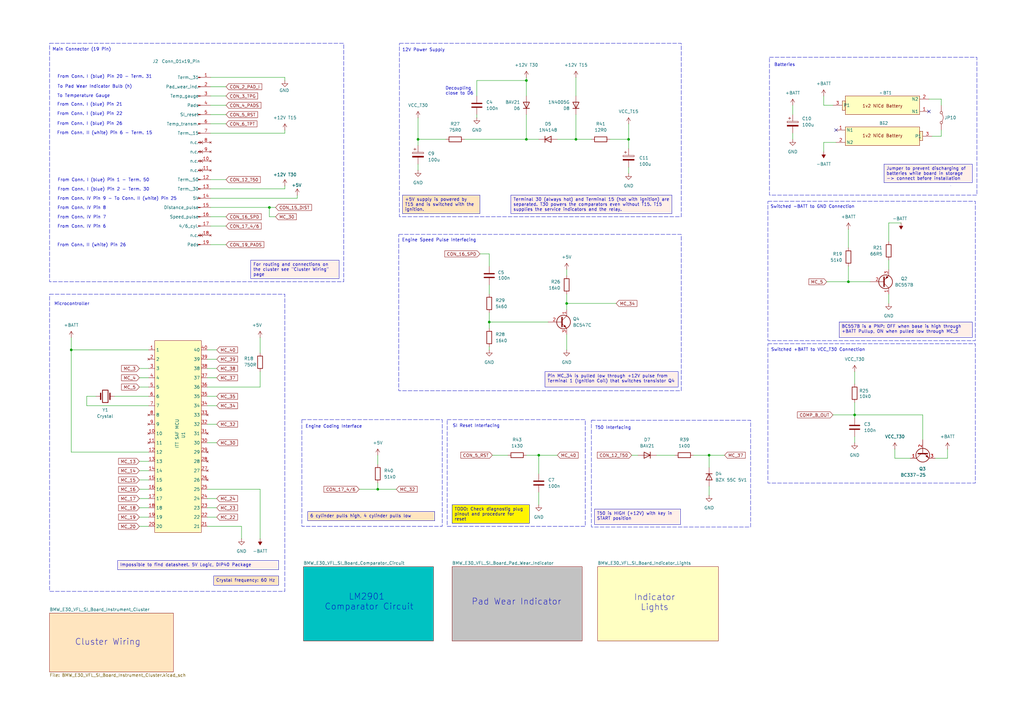
<source format=kicad_sch>
(kicad_sch (version 20250114) (generator "eeschema") (generator_version "9.0")
  (paper "A3")
  (title_block (title "BMW E30 Pre-Facelift SI Board") (date "2025-07-23") (rev "2.1") (comment 1 "Revision 2.1 made by Reagan Ansel"))
  (lib_symbols
    (symbol "1.2V_NiCd_AA_1"
      (property "Reference" "BT1" (at -2.032 -8.89 0))
      (property "Value" "~" (at 0.635 -8.89 0))
      (symbol "1.2V_NiCd_AA_1_1_1"
        (text "    1v2 NiCd Battery    " (at 0 -3.556 0) (effects (font (size 1.27 1.27))))
        (pin power_out line (at -19.05 -1.27 0) (length 3.81) (name "N1") (number "1"))
        (pin power_out line (at -19.05 -6.35 0) (length 3.81) (name "N2") (number "2"))
        (pin power_out line (at 20.32 -3.81 180) (length 3.81) (name "P1") (number "3"))
      )
    )
    (symbol "Connector:Conn_01x19_Pin" (pin_names (offset 1.016))
      (property "Reference" "J2" (at -6.858 33.274 0))
      (property "Value" "Conn_01x19_Pin" (at -0.254 30.734 0))
      (symbol "Conn_01x19_Pin_1_1"
        (pin power_in line (at 5.08 22.86 180) (length 3.81) (name "Term._31") (number "1"))
        (pin output line (at 5.08 19.05 180) (length 3.81) (name "Pad_wear_ind.") (number "2"))
        (pin output line (at 5.08 15.24 180) (length 3.81) (name "Temp_gauge") (number "3"))
        (pin passive line (at 5.08 11.43 180) (length 3.81) (name "Pads") (number "4"))
        (pin input line (at 5.08 7.62 180) (length 3.81) (name "SI_reset") (number "5"))
        (pin input line (at 5.08 3.81 180) (length 3.81) (name "Temp_transm.") (number "6"))
        (pin power_in line (at 5.08 0 180) (length 3.81) (name "Term._15") (number "7"))
        (pin no_connect non_logic (at 5.08 -3.81 180) (length 3.81) (name "n.c.") (number "8"))
        (pin no_connect non_logic (at 5.08 -7.62 180) (length 3.81) (name "n.c.") (number "9"))
        (pin no_connect non_logic (at 5.08 -11.43 180) (length 3.81) (name "n.c.") (number "10"))
        (pin no_connect non_logic (at 5.08 -15.24 180) (length 3.81) (name "n.c.") (number "11"))
        (pin power_in line (at 5.08 -19.05 180) (length 3.81) (name "Term._50") (number "12"))
        (pin power_in line (at 5.08 -22.86 180) (length 3.81) (name "Term._30") (number "13"))
        (pin power_in line (at 5.08 -26.67 180) (length 3.81) (name "5V") (number "14"))
        (pin input line (at 5.08 -30.48 180) (length 3.81) (name "Distance_pulse") (number "15"))
        (pin input line (at 5.08 -34.29 180) (length 3.81) (name "Speed_pulse") (number "16"))
        (pin input line (at 5.08 -38.1 180) (length 3.81) (name "4/6_cyl.") (number "17"))
        (pin no_connect non_logic (at 5.08 -41.91 180) (length 3.81) (name "n.c.") (number "18"))
        (pin passive line (at 5.08 -45.72 180) (length 3.81) (name "Pads") (number "19"))
      )
    )
    (symbol "Device:C" (pin_numbers (hide yes)) (pin_names (offset 0.254))
      (property "Reference" "C" (at 0.635 2.54 0))
      (property "Value" "C" (at 0.635 -2.54 0))
      (symbol "C_1_1"
        (pin passive line (at 0 3.81 270) (length 2.794) (name "~") (number "1"))
        (pin passive line (at 0 -3.81 90) (length 2.794) (name "~") (number "2"))
      )
    )
    (symbol "Device:C_Polarized" (pin_numbers (hide yes)) (pin_names (offset 0.254))
      (property "Reference" "C" (at 0.635 2.54 0))
      (property "Value" "C_Polarized" (at 0.635 -2.54 0))
      (symbol "C_Polarized_1_1"
        (pin passive line (at 0 3.81 270) (length 2.794) (name "~") (number "1"))
        (pin passive line (at 0 -3.81 90) (length 2.794) (name "~") (number "2"))
      )
    )
    (symbol "Device:Crystal" (pin_numbers (hide yes)) (pin_names (offset 1.016) (hide yes))
      (property "Reference" "Y" (at 0 3.81 0))
      (property "Value" "Crystal" (at 0 -3.81 0))
      (symbol "Crystal_1_1"
        (pin passive line (at -3.81 0 0) (length 1.27) (name "1") (number "1"))
        (pin passive line (at 3.81 0 180) (length 1.27) (name "2") (number "2"))
      )
    )
    (symbol "Device:D" (pin_numbers (hide yes)) (pin_names (offset 1.016) (hide yes))
      (property "Reference" "D" (at 0 2.54 0))
      (property "Value" "D" (at 0 -2.54 0))
      (symbol "D_1_1"
        (pin passive line (at -3.81 0 0) (length 2.54) (name "K") (number "1"))
        (pin passive line (at 3.81 0 180) (length 2.54) (name "A") (number "2"))
      )
    )
    (symbol "Device:R" (pin_numbers (hide yes)) (pin_names (offset 0))
      (property "Reference" "R" (at 2.032 0 90))
      (property "Value" "R" (at 0 0 90))
      (symbol "R_1_1"
        (pin passive line (at 0 3.81 270) (length 1.27) (name "~") (number "1"))
        (pin passive line (at 0 -3.81 90) (length 1.27) (name "~") (number "2"))
      )
    )
    (symbol "Diode:1N4005" (pin_numbers (hide yes)) (pin_names (hide yes))
      (property "Reference" "D" (at 0 2.54 0))
      (property "Value" "1N4005" (at 0 -2.54 0))
      (symbol "1N4005_1_1"
        (pin passive line (at -3.81 0 0) (length 2.54) (name "K") (number "1"))
        (pin passive line (at 3.81 0 180) (length 2.54) (name "A") (number "2"))
      )
    )
    (symbol "Diode:1N4148" (pin_numbers (hide yes)) (pin_names (hide yes))
      (property "Reference" "D" (at 0 2.54 0))
      (property "Value" "1N4148" (at 0 -2.54 0))
      (symbol "1N4148_1_1"
        (pin passive line (at -3.81 0 0) (length 2.54) (name "K") (number "1"))
        (pin passive line (at 3.81 0 180) (length 2.54) (name "A") (number "2"))
      )
    )
    (symbol "Diode:BAV21" (pin_numbers (hide yes)) (pin_names (hide yes))
      (property "Reference" "D" (at 0 2.54 0))
      (property "Value" "BAV21" (at 0 -2.54 0))
      (symbol "BAV21_1_1"
        (pin passive line (at -3.81 0 0) (length 2.54) (name "K") (number "1"))
        (pin passive line (at 3.81 0 180) (length 2.54) (name "A") (number "2"))
      )
    )
    (symbol "Jumper:Jumper_2_Bridged" (pin_numbers (hide yes)) (pin_names (offset 0) (hide yes)) (exclude_from_sim yes)
      (property "Reference" "JP" (at 0 1.905 0))
      (property "Value" "Jumper_2_Bridged" (at 0 -2.54 0))
      (symbol "Jumper_2_Bridged_1_1"
        (pin passive line (at -5.08 0 0) (length 2.54) (name "A") (number "1"))
        (pin passive line (at 5.08 0 180) (length 2.54) (name "B") (number "2"))
      )
    )
    (symbol "My_custom_symbols:1.2V_NiCd_AA"
      (property "Reference" "BT2" (at 0.508 1.524 0))
      (property "Value" "~" (at 0.635 1.27 0))
      (symbol "1.2V_NiCd_AA_1_1"
        (text "    1v2 NiCd Battery    " (at 0 -3.556 0) (effects (font (size 1.27 1.27))))
        (pin power_out line (at -19.05 -1.27 0) (length 3.81) (name "N1") (number "1"))
        (pin power_out line (at -19.05 -6.35 0) (length 3.81) (name "N2") (number "2"))
        (pin power_out line (at 20.32 -3.81 180) (length 3.81) (name "P1") (number "3"))
      )
    )
    (symbol "My_custom_symbols:ITT_SAF_MCU"
      (property "Reference" "U1" (at 0.762 -18.796 0))
      (property "Value" "ITT SAF MCU" (at 4.826 -21.336 0))
      (symbol "ITT_SAF_MCU_1_1"
        (pin input line (at -35.56 -8.89 270) (length 2.54) (name "40") (number "40"))
        (pin input line (at -35.56 -33.02 90) (length 2.54) (name "1") (number "1"))
        (pin output line (at -31.75 -8.89 270) (length 2.54) (name "39") (number "39"))
        (pin no_connect line (at -31.75 -33.02 90) (length 2.54) (name "2") (number "2"))
        (pin input line (at -27.94 -8.89 270) (length 2.54) (name "38") (number "38"))
        (pin input line (at -27.94 -33.02 90) (length 2.54) (name "3") (number "3"))
        (pin input line (at -24.13 -8.89 270) (length 2.54) (name "37") (number "37"))
        (pin input line (at -24.13 -33.02 90) (length 2.54) (name "4") (number "4"))
        (pin input line (at -20.32 -8.89 270) (length 2.54) (name "36") (number "36"))
        (pin input line (at -20.32 -33.02 90) (length 2.54) (name "5") (number "5"))
        (pin input line (at -16.51 -8.89 270) (length 2.54) (name "35") (number "35"))
        (pin input line (at -16.51 -33.02 90) (length 2.54) (name "6") (number "6"))
        (pin input line (at -12.7 -8.89 270) (length 2.54) (name "34") (number "34"))
        (pin input line (at -12.7 -33.02 90) (length 2.54) (name "7") (number "7"))
        (pin no_connect line (at -8.89 -8.89 270) (length 2.54) (name "33") (number "33"))
        (pin no_connect line (at -8.89 -33.02 90) (length 2.54) (name "8") (number "8"))
        (pin input line (at -5.08 -8.89 270) (length 2.54) (name "32") (number "32"))
        (pin no_connect line (at -5.08 -33.02 90) (length 2.54) (name "9") (number "9"))
        (pin no_connect line (at -1.27 -8.89 270) (length 2.54) (name "31") (number "31"))
        (pin no_connect line (at -1.27 -33.02 90) (length 2.54) (name "10") (number "10"))
        (pin input line (at 2.54 -8.89 270) (length 2.54) (name "30") (number "30"))
        (pin no_connect line (at 2.54 -33.02 90) (length 2.54) (name "11") (number "11"))
        (pin no_connect line (at 6.35 -8.89 270) (length 2.54) (name "29") (number "29"))
        (pin input line (at 6.35 -33.02 90) (length 2.54) (name "12") (number "12"))
        (pin no_connect line (at 10.16 -8.89 270) (length 2.54) (name "28") (number "28"))
        (pin output line (at 10.16 -33.02 90) (length 2.54) (name "13") (number "13"))
        (pin no_connect line (at 13.97 -8.89 270) (length 2.54) (name "27") (number "27"))
        (pin output line (at 13.97 -33.02 90) (length 2.54) (name "14") (number "14"))
        (pin no_connect line (at 17.78 -8.89 270) (length 2.54) (name "26") (number "26"))
        (pin output line (at 17.78 -33.02 90) (length 2.54) (name "15") (number "15"))
        (pin input line (at 21.59 -8.89 270) (length 2.54) (name "25") (number "25"))
        (pin output line (at 21.59 -33.02 90) (length 2.54) (name "16") (number "16"))
        (pin output line (at 25.4 -8.89 270) (length 2.54) (name "24") (number "24"))
        (pin output line (at 25.4 -33.02 90) (length 2.54) (name "17") (number "17"))
        (pin output line (at 29.21 -8.89 270) (length 2.54) (name "23") (number "23"))
        (pin output line (at 29.21 -33.02 90) (length 2.54) (name "18") (number "18"))
        (pin output line (at 33.02 -8.89 270) (length 2.54) (name "22") (number "22"))
        (pin output line (at 33.02 -33.02 90) (length 2.54) (name "19") (number "19"))
        (pin power_in line (at 36.83 -8.89 270) (length 2.54) (name "21") (number "21"))
        (pin output line (at 36.83 -33.02 90) (length 2.54) (name "20") (number "20"))
      )
    )
    (symbol "Transistor_BJT:BC337" (pin_names (offset 0) (hide yes))
      (property "Reference" "Q" (at 5.08 1.905 0))
      (property "Value" "BC337" (at 5.08 0 0))
      (symbol "BC337_1_1"
        (pin input line (at -5.08 0 0) (length 5.08) (name "B") (number "2"))
        (pin passive line (at 2.54 5.08 270) (length 2.54) (name "C") (number "1"))
        (pin passive line (at 2.54 -5.08 90) (length 2.54) (name "E") (number "3"))
      )
    )
    (symbol "Transistor_BJT:BC547" (pin_names (offset 0) (hide yes))
      (property "Reference" "Q" (at 5.08 1.905 0))
      (property "Value" "BC547" (at 5.08 0 0))
      (symbol "BC547_1_1"
        (pin input line (at -5.08 0 0) (length 5.08) (name "B") (number "2"))
        (pin passive line (at 2.54 5.08 270) (length 2.54) (name "C") (number "1"))
        (pin passive line (at 2.54 -5.08 90) (length 2.54) (name "E") (number "3"))
      )
    )
    (symbol "Transistor_BJT:BC557" (pin_names (offset 0) (hide yes))
      (property "Reference" "Q" (at 5.08 1.905 0))
      (property "Value" "BC557" (at 5.08 0 0))
      (symbol "BC557_1_1"
        (pin input line (at -5.08 0 0) (length 5.715) (name "B") (number "2"))
        (pin passive line (at 2.54 5.08 270) (length 2.54) (name "C") (number "1"))
        (pin passive line (at 2.54 -5.08 90) (length 2.54) (name "E") (number "3"))
      )
    )
    (symbol "power:+12V" (power) (pin_numbers (hide yes)) (pin_names (offset 0) (hide yes))
      (property "Value" "+12V" (at 0 3.556 0))
      (symbol "+12V_1_1"
        (pin power_in line (at 0 0 90) (length 0) (name "~") (number "1"))
      )
    )
    (symbol "power:+5V" (power) (pin_numbers (hide yes)) (pin_names (offset 0) (hide yes))
      (property "Value" "+5V" (at 0 3.556 0))
      (symbol "+5V_1_1"
        (pin power_in line (at 0 0 90) (length 0) (name "~") (number "1"))
      )
    )
    (symbol "power:+BATT" (power) (pin_numbers (hide yes)) (pin_names (offset 0) (hide yes))
      (property "Value" "+BATT" (at 0 3.556 0))
      (symbol "+BATT_1_1"
        (pin power_in line (at 0 0 90) (length 0) (name "~") (number "1"))
      )
    )
    (symbol "power:-BATT" (power) (pin_numbers (hide yes)) (pin_names (offset 0) (hide yes))
      (property "Value" "-BATT" (at 0 3.556 0))
      (symbol "-BATT_1_1"
        (pin power_in line (at 0 0 90) (length 0) (name "~") (number "1"))
      )
    )
    (symbol "power:GND" (power) (pin_numbers (hide yes)) (pin_names (offset 0) (hide yes))
      (property "Value" "GND" (at 0 -3.81 0))
      (symbol "GND_1_1"
        (pin power_in line (at 0 0 270) (length 0) (name "~") (number "1"))
      )
    )
    (symbol "power:VCC" (power) (pin_numbers (hide yes)) (pin_names (offset 0) (hide yes))
      (property "Value" "VCC" (at 0 3.556 0))
      (symbol "VCC_1_1"
        (pin power_in line (at 0 0 90) (length 0) (name "~") (number "1"))
      )
    )
  )
  (rectangle (start 242.57 172.339) (end 307.848 216.154) (stroke (width 0) (type dash)))
  (rectangle (start 389.89 76.2) (end 389.89 76.2))
  (rectangle (start 314.96 140.97) (end 400.05 198.12) (stroke (width 0) (type dash)))
  (rectangle (start 140.97 76.2) (end 140.97 76.2))
  (rectangle (start 163.83 17.78) (end 279.4 88.9) (stroke (width 0) (type dash)))
  (rectangle (start 20.32 120.65) (end 116.84 242.57) (stroke (width 0) (type dash)))
  (rectangle (start 20.32 17.78) (end 140.97 115.57) (stroke (width 0) (type dash)))
  (rectangle (start 183.388 172.085) (end 240.03 215.9) (stroke (width 0) (type dash)))
  (rectangle (start 243.205 172.085) (end 243.205 172.085))
  (rectangle (start 163.576 96.139) (end 279.4 160.274) (stroke (width 0) (type dash)))
  (rectangle (start 315.595 23.495) (end 400.685 80.01) (stroke (width 0) (type dash)))
  (rectangle (start 314.96 82.55) (end 400.05 139.7) (stroke (width 0) (type dash)))
  (rectangle (start 123.825 172.085) (end 181.356 215.9) (stroke (width 0) (type dash)))
  (text "Switched +BATT to VCC_T30 Connection" (at 335.534 143.51 0) (effects (font (size 1.27 1.27))))
  (text "Engine Speed Pulse Interfacing\n\n" (at 180.086 99.568 0) (effects (font (size 1.27 1.27))))
  (text "Decoupling \nclose to D6\n" (at 188.468 37.338 0) (effects (font (size 1.27 1.27))))
  (text "From Conn. I (blue) Pin 1 - Term. 50 " (at 42.926 73.914 0) (effects (font (size 1.27 1.27))))
  (text "From Conn. I (blue) Pin 20 - Term. 31" (at 42.926 31.496 0) (effects (font (size 1.27 1.27))))
  (text "From Conn. I (blue) Pin 2 - Term. 30 " (at 42.926 77.724 0) (effects (font (size 1.27 1.27))))
  (text "Microcontroller" (at 29.464 124.714 0) (effects (font (size 1.27 1.27))))
  (text "Cluster Wiring" (at 44.196 263.398 0) (effects (font (size 2.54 2.54))))
  (text "From Conn. I (blue) Pin 21" (at 36.83 42.926 0) (effects (font (size 1.27 1.27))))
  (text "From Conn. IV Pin 8" (at 33.528 85.344 0) (effects (font (size 1.27 1.27))))
  (text "From Conn. II (white) Pin 6 - Term. 15" (at 42.926 54.61 0) (effects (font (size 1.27 1.27))))
  (text "To Pad Wear Indicator Bulb (h)" (at 38.862 35.56 0) (effects (font (size 1.27 1.27))))
  (text "12V Power Supply" (at 173.736 20.574 0) (effects (font (size 1.27 1.27))))
  (text "From Conn. I (blue) Pin 26" (at 36.83 50.8 0) (effects (font (size 1.27 1.27))))
  (text "From Conn. IV Pin 7" (at 33.528 89.154 0) (effects (font (size 1.27 1.27))))
  (text "Main Connector (19 Pin)" (at 33.528 20.32 0) (effects (font (size 1.27 1.27))))
  (text "SI Reset Interfacing\n\n\n" (at 195.326 176.784 0) (effects (font (size 1.27 1.27))))
  (text "From Conn. I (blue) Pin 22" (at 36.83 46.736 0) (effects (font (size 1.27 1.27))))
  (text "Indicator\nLights" (at 268.478 247.142 0) (effects (font (size 2.54 2.54))))
  (text "LM2901 \nComparator Circuit" (at 151.384 246.888 0) (effects (font (size 2.54 2.54))))
  (text "From Conn. IV Pin 9 - To Conn. II (white) Pin 25" (at 48.006 81.534 0) (effects (font (size 1.27 1.27))))
  (text "T50 Interfacing\n\n\n" (at 251.46 177.546 0) (effects (font (size 1.27 1.27))))
  (text "Engine Coding Interface\n" (at 136.906 175.006 0) (effects (font (size 1.27 1.27))))
  (text "From Conn. IV Pin 6" (at 33.528 92.964 0) (effects (font (size 1.27 1.27))))
  (text "To Temperature Gauge" (at 34.29 39.37 0) (effects (font (size 1.27 1.27))))
  (text "Pad Wear Indicator" (at 211.836 246.888 0) (effects (font (size 2.54 2.54))))
  (text "Switched -BATT to GND Connection" (at 333.248 84.836 0) (effects (font (size 1.27 1.27))))
  (text "Batteries\n" (at 321.818 26.67 0) (effects (font (size 1.27 1.27))))
  (text "From Conn. II (white) Pin 26" (at 37.592 100.584 0) (effects (font (size 1.27 1.27))))
  (text_box "Crystal frequency: 60 Hz" (at 87.63 236.22 0) (size 26.67 3.81) (margins 0.9525 0.9525 0.9525 0.9525) (fill (type color) (color 255 229 191 1)) (effects (font (size 1.27 1.27)) (justify left top)))
  (text_box "Terminal 30 (always hot) and Terminal 15 (hot with ignition) are separated. T30 powers the comparators even without T15. T15 supplies the service indicators and the relay. " (at 209.55 80.01 0) (size 66.04 7.62) (margins 0.9525 0.9525 0.9525 0.9525) (fill (type color) (color 255 239 232 1)) (effects (font (size 1.27 1.27)) (justify left top)))
  (text_box "TODO: Check diagnostig plug pinout and procedure for reset" (at 185.42 207.01 0) (size 31.75 7.62) (margins 0.9525 0.9525 0.9525 0.9525) (fill (type color) (color 255 244 0 1)) (effects (font (size 1.27 1.27)) (justify left top)))
  (text_box "BC557B is a PNP: OFF when base is high through +BATT Pullup, ON when pulled low through MC_5 " (at 344.17 132.08 0) (size 54.61 6.35) (margins 0.9525 0.9525 0.9525 0.9525) (fill (type color) (color 255 239 232 1)) (effects (font (size 1.27 1.27)) (justify left top)))
  (text_box "T50 is HIGH (+12V) with key in START position" (at 243.84 208.788 0) (size 35.306 6.35) (margins 0.9525 0.9525 0.9525 0.9525) (fill (type color) (color 255 239 232 1)) (effects (font (size 1.27 1.27)) (justify left top)))
  (text_box "Pin MC_34 is pulled low through +12V pulse from Terminal 1 (Ignition Coil) that switches transistor Q4" (at 223.52 152.4 0) (size 54.61 6.35) (margins 0.9525 0.9525 0.9525 0.9525) (fill (type color) (color 255 239 232 1)) (effects (font (size 1.27 1.27)) (justify left top)))
  (text_box "+5V supply is powered by T15 and is switched with the ignition. " (at 165.1 80.01 0) (size 31.75 7.62) (margins 0.9525 0.9525 0.9525 0.9525) (fill (type color) (color 255 229 191 1)) (effects (font (size 1.27 1.27)) (justify left top)))
  (text_box "6 cylinder pulls high, 4 cylinder pulls low" (at 126.238 209.804 0) (size 52.07 3.81) (margins 0.9525 0.9525 0.9525 0.9525) (fill (type color) (color 255 229 191 1)) (effects (font (size 1.27 1.27)) (justify left top)))
  (text_box "For routing and connections on the cluster see \"Cluster Wiring\" page" (at 102.87 106.68 0) (size 36.195 7.62) (margins 0.9525 0.9525 0.9525 0.9525) (fill (type color) (color 255 239 232 1)) (effects (font (size 1.27 1.27)) (justify left top)))
  (text_box "Jumper to prevent discharging of \nbatteries while board in storage\n-> connect before installation" (at 362.585 67.31 0) (size 36.195 7.62) (margins 0.9525 0.9525 0.9525 0.9525) (fill (type color) (color 255 239 232 1)) (effects (font (size 1.27 1.27)) (justify left top)))
  (text_box "Impossible to find datasheet. 5V Logic, DIP40 Package" (at 48.26 229.87 0) (size 66.04 3.81) (margins 0.9525 0.9525 0.9525 0.9525) (fill (type color) (color 255 239 232 1)) (effects (font (size 1.27 1.27)) (justify left top)))
  (junction (at 347.98 115.57))
  (junction (at 110.49 85.09))
  (junction (at 171.45 57.15))
  (junction (at 232.41 124.46))
  (junction (at 215.9 57.15))
  (junction (at 236.22 57.15))
  (junction (at 215.9 33.02))
  (junction (at 350.52 170.18))
  (junction (at 200.66 132.08))
  (junction (at 29.21 143.51))
  (junction (at 290.83 186.69))
  (junction (at 220.98 186.69))
  (junction (at 257.81 57.15))
  (junction (at 154.94 200.66))
  (no_connect (at 381 45.72))
  (no_connect (at 342.9 53.34))
  (wire (pts (xy 88.9 151.13) (xy 85.09 151.13)))
  (wire (pts (xy 29.21 138.43) (xy 29.21 143.51)))
  (wire (pts (xy 171.45 57.15) (xy 182.88 57.15)))
  (wire (pts (xy 86.36 73.66) (xy 92.71 73.66)))
  (wire (pts (xy 364.49 91.44) (xy 369.57 91.44)))
  (wire (pts (xy 386.08 53.34) (xy 386.08 55.88)))
  (wire (pts (xy 106.68 220.98) (xy 106.68 200.66)))
  (wire (pts (xy 341.63 170.18) (xy 350.52 170.18)))
  (wire (pts (xy 88.9 154.94) (xy 85.09 154.94)))
  (wire (pts (xy 337.82 39.37) (xy 337.82 43.18)))
  (wire (pts (xy 85.09 158.75) (xy 106.68 158.75)))
  (wire (pts (xy 367.03 187.96) (xy 373.38 187.96)))
  (wire (pts (xy 116.84 33.02) (xy 116.84 31.75)))
  (wire (pts (xy 116.84 77.47) (xy 86.36 77.47)))
  (wire (pts (xy 200.66 116.84) (xy 200.66 120.65)))
  (wire (pts (xy 325.12 43.18) (xy 325.12 46.99)))
  (wire (pts (xy 60.96 204.47) (xy 57.15 204.47)))
  (wire (pts (xy 86.36 100.33) (xy 92.71 100.33)))
  (wire (pts (xy 290.83 199.39) (xy 290.83 203.2)))
  (wire (pts (xy 350.52 179.07) (xy 350.52 181.61)))
  (wire (pts (xy 269.24 186.69) (xy 276.86 186.69)))
  (wire (pts (xy 364.49 124.46) (xy 364.49 120.65)))
  (wire (pts (xy 116.84 31.75) (xy 86.36 31.75)))
  (wire (pts (xy 284.48 186.69) (xy 290.83 186.69)))
  (wire (pts (xy 86.36 35.56) (xy 92.71 35.56)))
  (wire (pts (xy 106.68 200.66) (xy 85.09 200.66)))
  (wire (pts (xy 154.94 198.12) (xy 154.94 200.66)))
  (wire (pts (xy 257.81 50.8) (xy 257.81 57.15)))
  (wire (pts (xy 290.83 186.69) (xy 297.18 186.69)))
  (wire (pts (xy 290.83 186.69) (xy 290.83 191.77)))
  (wire (pts (xy 220.98 201.93) (xy 220.98 207.01)))
  (wire (pts (xy 350.52 152.4) (xy 350.52 157.48)))
  (wire (pts (xy 232.41 124.46) (xy 252.73 124.46)))
  (wire (pts (xy 86.36 81.28) (xy 121.92 81.28)))
  (wire (pts (xy 228.6 186.69) (xy 220.98 186.69)))
  (wire (pts (xy 29.21 185.42) (xy 60.96 185.42)))
  (wire (pts (xy 86.36 50.8) (xy 92.71 50.8)))
  (wire (pts (xy 106.68 138.43) (xy 106.68 144.78)))
  (wire (pts (xy 200.66 104.14) (xy 200.66 109.22)))
  (wire (pts (xy 337.82 62.23) (xy 337.82 58.42)))
  (wire (pts (xy 228.6 57.15) (xy 236.22 57.15)))
  (wire (pts (xy 337.82 43.18) (xy 341.63 43.18)))
  (wire (pts (xy 259.08 186.69) (xy 261.62 186.69)))
  (wire (pts (xy 201.93 186.69) (xy 208.28 186.69)))
  (wire (pts (xy 60.96 215.9) (xy 57.15 215.9)))
  (wire (pts (xy 388.62 187.96) (xy 383.54 187.96)))
  (wire (pts (xy 88.9 166.37) (xy 85.09 166.37)))
  (wire (pts (xy 232.41 124.46) (xy 232.41 127)))
  (wire (pts (xy 113.03 88.9) (xy 110.49 88.9)))
  (wire (pts (xy 364.49 99.06) (xy 364.49 91.44)))
  (wire (pts (xy 236.22 57.15) (xy 242.57 57.15)))
  (wire (pts (xy 60.96 193.04) (xy 57.15 193.04)))
  (wire (pts (xy 60.96 189.23) (xy 57.15 189.23)))
  (wire (pts (xy 88.9 143.51) (xy 85.09 143.51)))
  (wire (pts (xy 29.21 143.51) (xy 60.96 143.51)))
  (wire (pts (xy 162.56 200.66) (xy 154.94 200.66)))
  (wire (pts (xy 85.09 181.61) (xy 88.9 181.61)))
  (wire (pts (xy 29.21 143.51) (xy 29.21 185.42)))
  (wire (pts (xy 171.45 48.26) (xy 171.45 57.15)))
  (wire (pts (xy 60.96 154.94) (xy 57.15 154.94)))
  (wire (pts (xy 86.36 85.09) (xy 110.49 85.09)))
  (wire (pts (xy 350.52 171.45) (xy 350.52 170.18)))
  (wire (pts (xy 99.06 215.9) (xy 99.06 220.98)))
  (wire (pts (xy 367.03 184.15) (xy 367.03 187.96)))
  (wire (pts (xy 236.22 31.75) (xy 236.22 39.37)))
  (wire (pts (xy 257.81 68.58) (xy 257.81 71.12)))
  (wire (pts (xy 86.36 92.71) (xy 92.71 92.71)))
  (wire (pts (xy 215.9 46.99) (xy 215.9 57.15)))
  (wire (pts (xy 99.06 215.9) (xy 85.09 215.9)))
  (wire (pts (xy 381 40.64) (xy 386.08 40.64)))
  (wire (pts (xy 347.98 109.22) (xy 347.98 115.57)))
  (wire (pts (xy 347.98 115.57) (xy 339.09 115.57)))
  (wire (pts (xy 215.9 33.02) (xy 215.9 39.37)))
  (wire (pts (xy 200.66 132.08) (xy 200.66 134.62)))
  (wire (pts (xy 116.84 54.61) (xy 86.36 54.61)))
  (wire (pts (xy 88.9 147.32) (xy 85.09 147.32)))
  (wire (pts (xy 364.49 106.68) (xy 364.49 110.49)))
  (wire (pts (xy 86.36 43.18) (xy 92.71 43.18)))
  (wire (pts (xy 325.12 54.61) (xy 325.12 57.15)))
  (wire (pts (xy 195.58 33.02) (xy 195.58 39.37)))
  (wire (pts (xy 257.81 60.96) (xy 257.81 57.15)))
  (wire (pts (xy 39.37 162.56) (xy 35.56 162.56)))
  (wire (pts (xy 190.5 57.15) (xy 215.9 57.15)))
  (wire (pts (xy 350.52 165.1) (xy 350.52 170.18)))
  (wire (pts (xy 171.45 67.31) (xy 171.45 69.85)))
  (wire (pts (xy 86.36 88.9) (xy 92.71 88.9)))
  (wire (pts (xy 88.9 162.56) (xy 85.09 162.56)))
  (wire (pts (xy 196.85 104.14) (xy 200.66 104.14)))
  (wire (pts (xy 60.96 151.13) (xy 57.15 151.13)))
  (wire (pts (xy 60.96 212.09) (xy 57.15 212.09)))
  (wire (pts (xy 215.9 186.69) (xy 220.98 186.69)))
  (wire (pts (xy 88.9 208.28) (xy 85.09 208.28)))
  (wire (pts (xy 236.22 46.99) (xy 236.22 57.15)))
  (wire (pts (xy 220.98 194.31) (xy 220.98 186.69)))
  (wire (pts (xy 215.9 57.15) (xy 220.98 57.15)))
  (wire (pts (xy 232.41 137.16) (xy 232.41 143.51)))
  (wire (pts (xy 382.27 55.88) (xy 386.08 55.88)))
  (wire (pts (xy 35.56 166.37) (xy 35.56 162.56)))
  (wire (pts (xy 200.66 142.24) (xy 200.66 143.51)))
  (wire (pts (xy 337.82 58.42) (xy 342.9 58.42)))
  (wire (pts (xy 110.49 85.09) (xy 110.49 88.9)))
  (wire (pts (xy 195.58 33.02) (xy 215.9 33.02)))
  (wire (pts (xy 378.46 180.34) (xy 378.46 170.18)))
  (wire (pts (xy 154.94 186.69) (xy 154.94 190.5)))
  (wire (pts (xy 232.41 113.03) (xy 232.41 110.49)))
  (wire (pts (xy 60.96 200.66) (xy 57.15 200.66)))
  (wire (pts (xy 200.66 128.27) (xy 200.66 132.08)))
  (wire (pts (xy 60.96 162.56) (xy 46.99 162.56)))
  (wire (pts (xy 86.36 39.37) (xy 92.71 39.37)))
  (wire (pts (xy 85.09 204.47) (xy 88.9 204.47)))
  (wire (pts (xy 121.92 81.28) (xy 121.92 80.01)))
  (wire (pts (xy 88.9 212.09) (xy 85.09 212.09)))
  (wire (pts (xy 386.08 43.18) (xy 386.08 40.64)))
  (wire (pts (xy 347.98 115.57) (xy 356.87 115.57)))
  (wire (pts (xy 106.68 152.4) (xy 106.68 158.75)))
  (wire (pts (xy 195.58 48.26) (xy 195.58 46.99)))
  (wire (pts (xy 171.45 59.69) (xy 171.45 57.15)))
  (wire (pts (xy 147.32 200.66) (xy 154.94 200.66)))
  (wire (pts (xy 116.84 76.2) (xy 116.84 77.47)))
  (wire (pts (xy 200.66 132.08) (xy 224.79 132.08)))
  (wire (pts (xy 232.41 120.65) (xy 232.41 124.46)))
  (wire (pts (xy 86.36 46.99) (xy 92.71 46.99)))
  (wire (pts (xy 116.84 54.61) (xy 116.84 53.34)))
  (wire (pts (xy 60.96 208.28) (xy 57.15 208.28)))
  (wire (pts (xy 110.49 85.09) (xy 113.03 85.09)))
  (wire (pts (xy 215.9 31.75) (xy 215.9 33.02)))
  (wire (pts (xy 388.62 184.15) (xy 388.62 187.96)))
  (wire (pts (xy 60.96 196.85) (xy 57.15 196.85)))
  (wire (pts (xy 60.96 166.37) (xy 35.56 166.37)))
  (wire (pts (xy 257.81 57.15) (xy 250.19 57.15)))
  (wire (pts (xy 88.9 173.99) (xy 85.09 173.99)))
  (wire (pts (xy 347.98 93.98) (xy 347.98 101.6)))
  (wire (pts (xy 350.52 170.18) (xy 378.46 170.18)))
  (wire (pts (xy 60.96 158.75) (xy 57.15 158.75)))
  (global_label "MC_4" (shape input) (at 57.15 154.94 180) (property "Intersheetrefs" "${INTERSHEET_REFS}" (effects (hide yes))))
  (global_label "MC_5" (shape input) (at 339.09 115.57 180) (property "Intersheetrefs" "${INTERSHEET_REFS}" (effects (hide yes))))
  (global_label "COMP_B_OUT" (shape input) (at 341.63 170.18 180) (property "Intersheetrefs" "${INTERSHEET_REFS}" (effects (hide yes))))
  (global_label "MC_32" (shape input) (at 162.56 200.66 0) (property "Intersheetrefs" "${INTERSHEET_REFS}" (effects (hide yes))))
  (global_label "MC_17" (shape input) (at 57.15 204.47 180) (property "Intersheetrefs" "${INTERSHEET_REFS}" (effects (hide yes))))
  (global_label "MC_35" (shape input) (at 88.9 162.56 0) (property "Intersheetrefs" "${INTERSHEET_REFS}" (effects (hide yes))))
  (global_label "MC_34" (shape input) (at 252.73 124.46 0) (property "Intersheetrefs" "${INTERSHEET_REFS}" (effects (hide yes))))
  (global_label "MC_39" (shape input) (at 88.9 147.32 0) (property "Intersheetrefs" "${INTERSHEET_REFS}" (effects (hide yes))))
  (global_label "MC_37" (shape input) (at 297.18 186.69 0) (property "Intersheetrefs" "${INTERSHEET_REFS}" (effects (hide yes))))
  (global_label "MC_20" (shape input) (at 57.15 215.9 180) (property "Intersheetrefs" "${INTERSHEET_REFS}" (effects (hide yes))))
  (global_label "MC_19" (shape input) (at 57.15 212.09 180) (property "Intersheetrefs" "${INTERSHEET_REFS}" (effects (hide yes))))
  (global_label "MC_34" (shape input) (at 88.9 166.37 0) (property "Intersheetrefs" "${INTERSHEET_REFS}" (effects (hide yes))))
  (global_label "MC_24" (shape input) (at 88.9 204.47 0) (property "Intersheetrefs" "${INTERSHEET_REFS}" (effects (hide yes))))
  (global_label "CON_19_PADS" (shape input) (at 92.71 100.33 0) (property "Intersheetrefs" "${INTERSHEET_REFS}" (effects (hide yes))))
  (global_label "CON_5_RST" (shape input) (at 201.93 186.69 180) (property "Intersheetrefs" "${INTERSHEET_REFS}" (effects (hide yes))))
  (global_label "MC_38" (shape input) (at 88.9 151.13 0) (property "Intersheetrefs" "${INTERSHEET_REFS}" (effects (hide yes))))
  (global_label "CON_16_SPD" (shape input) (at 196.85 104.14 180) (property "Intersheetrefs" "${INTERSHEET_REFS}" (effects (hide yes))))
  (global_label "MC_3" (shape input) (at 57.15 151.13 180) (property "Intersheetrefs" "${INTERSHEET_REFS}" (effects (hide yes))))
  (global_label "CON_12_T50" (shape input) (at 92.71 73.66 0) (property "Intersheetrefs" "${INTERSHEET_REFS}" (effects (hide yes))))
  (global_label "CON_15_DIST" (shape input) (at 113.03 85.09 0) (property "Intersheetrefs" "${INTERSHEET_REFS}" (effects (hide yes))))
  (global_label "MC_30" (shape input) (at 88.9 181.61 0) (property "Intersheetrefs" "${INTERSHEET_REFS}" (effects (hide yes))))
  (global_label "MC_40" (shape input) (at 228.6 186.69 0) (property "Intersheetrefs" "${INTERSHEET_REFS}" (effects (hide yes))))
  (global_label "CON_3_TPG" (shape input) (at 92.71 39.37 0) (property "Intersheetrefs" "${INTERSHEET_REFS}" (effects (hide yes))))
  (global_label "CON_17_4{slash}6" (shape input) (at 147.32 200.66 180) (property "Intersheetrefs" "${INTERSHEET_REFS}" (effects (hide yes))))
  (global_label "MC_18" (shape input) (at 57.15 208.28 180) (property "Intersheetrefs" "${INTERSHEET_REFS}" (effects (hide yes))))
  (global_label "MC_23" (shape input) (at 88.9 208.28 0) (property "Intersheetrefs" "${INTERSHEET_REFS}" (effects (hide yes))))
  (global_label "CON_16_SPD" (shape input) (at 92.71 88.9 0) (property "Intersheetrefs" "${INTERSHEET_REFS}" (effects (hide yes))))
  (global_label "CON_5_RST" (shape input) (at 92.71 46.99 0) (property "Intersheetrefs" "${INTERSHEET_REFS}" (effects (hide yes))))
  (global_label "CON_12_T50" (shape input) (at 259.08 186.69 180) (property "Intersheetrefs" "${INTERSHEET_REFS}" (effects (hide yes))))
  (global_label "MC_30" (shape input) (at 113.03 88.9 0) (property "Intersheetrefs" "${INTERSHEET_REFS}" (effects (hide yes))))
  (global_label "CON_4_PADS" (shape input) (at 92.71 43.18 0) (property "Intersheetrefs" "${INTERSHEET_REFS}" (effects (hide yes))))
  (global_label "MC_15" (shape input) (at 57.15 196.85 180) (property "Intersheetrefs" "${INTERSHEET_REFS}" (effects (hide yes))))
  (global_label "MC_22" (shape input) (at 88.9 212.09 0) (property "Intersheetrefs" "${INTERSHEET_REFS}" (effects (hide yes))))
  (global_label "MC_13" (shape input) (at 57.15 189.23 180) (property "Intersheetrefs" "${INTERSHEET_REFS}" (effects (hide yes))))
  (global_label "MC_14" (shape input) (at 57.15 193.04 180) (property "Intersheetrefs" "${INTERSHEET_REFS}" (effects (hide yes))))
  (global_label "MC_16" (shape input) (at 57.15 200.66 180) (property "Intersheetrefs" "${INTERSHEET_REFS}" (effects (hide yes))))
  (global_label "MC_40" (shape input) (at 88.9 143.51 0) (property "Intersheetrefs" "${INTERSHEET_REFS}" (effects (hide yes))))
  (global_label "CON_17_4{slash}6" (shape input) (at 92.71 92.71 0) (property "Intersheetrefs" "${INTERSHEET_REFS}" (effects (hide yes))))
  (global_label "CON_2_PAD_I" (shape input) (at 92.71 35.56 0) (property "Intersheetrefs" "${INTERSHEET_REFS}" (effects (hide yes))))
  (global_label "CON_6_TPT" (shape input) (at 92.71 50.8 0) (property "Intersheetrefs" "${INTERSHEET_REFS}" (effects (hide yes))))
  (global_label "MC_37" (shape input) (at 88.9 154.94 0) (property "Intersheetrefs" "${INTERSHEET_REFS}" (effects (hide yes))))
  (global_label "MC_5" (shape input) (at 57.15 158.75 180) (property "Intersheetrefs" "${INTERSHEET_REFS}" (effects (hide yes))))
  (global_label "MC_32" (shape input) (at 88.9 173.99 0) (property "Intersheetrefs" "${INTERSHEET_REFS}" (effects (hide yes))))
  (symbol (lib_id "Device:R") (at 350.52 161.29 180) (unit 1)
    (property "Reference" "R25" (at 354.33 160.274 0))
    (property "Value" "10k0" (at 354.838 162.56 0))
    (property "Footprint" "Footprint_Library_Custom:R_Axial_DIN0207_L6.3mm_D2.5mm_P10.16mm_Horizontal" (effects (hide yes)))
    (property "Description" "Resistor" (effects (hide yes)))
  )
  (symbol (lib_id "power:+BATT") (at 325.12 43.18 0) (unit 1)
    (property "Reference" "#PWR045" (effects (hide yes)))
    (property "Value" "+BATT" (at 325.12 38.1 0))
    (property "Description" "Power symbol creates a global label with name \"+BATT\"" (effects (hide yes)))
  )
  (symbol (lib_id "power:-BATT") (at 337.82 62.23 0) (mirror x) (unit 1)
    (property "Reference" "#PWR037" (effects (hide yes)))
    (property "Value" "-BATT" (at 337.82 67.31 0))
    (property "Description" "Power symbol creates a global label with name \"-BATT\"" (effects (hide yes)))
  )
  (symbol (lib_id "power:GND") (at 200.66 143.51 0) (unit 1)
    (property "Reference" "#PWR010" (effects (hide yes)))
    (property "Value" "GND" (at 200.66 148.59 0))
    (property "Description" "Power symbol creates a global label with name \"GND\" , ground" (effects (hide yes)))
  )
  (symbol (lib_id "Device:R") (at 212.09 186.69 90) (unit 1)
    (property "Reference" "R43" (at 212.09 180.34 90))
    (property "Value" "1k30" (at 212.09 182.88 90))
    (property "Footprint" "Footprint_Library_Custom:R_Axial_DIN0207_L6.3mm_D2.5mm_P10.16mm_Horizontal" (effects (hide yes)))
    (property "Description" "Resistor" (effects (hide yes)))
  )
  (symbol (lib_id "Transistor_BJT:BC557") (at 361.95 115.57 0) (mirror x) (unit 1)
    (property "Reference" "Q2" (at 370.84 114.3 0))
    (property "Value" "BC557B" (at 370.84 116.84 0))
    (property "Footprint" "Package_TO_SOT_THT:TO-92_Inline_Wide" (effects (hide yes)))
    (property "Datasheet" "https://www.onsemi.com/pub/Collateral/BC556BTA-D.pdf" (effects (hide yes)))
    (property "Description" "0.1A Ic, 45V Vce, PNP Small Signal Transistor, TO-92" (effects (hide yes)))
  )
  (symbol (lib_id "power:+5V") (at 121.92 80.01 0) (unit 1)
    (property "Reference" "#PWR024" (effects (hide yes)))
    (property "Value" "+5V" (at 121.666 75.946 0))
    (property "Description" "Power symbol creates a global label with name \"+5V\"" (effects (hide yes)))
  )
  (symbol (lib_id "power:+12V") (at 116.84 76.2 0) (unit 1)
    (property "Reference" "#PWR032" (effects (hide yes)))
    (property "Value" "+12V T30" (at 116.84 71.628 0))
    (property "Description" "Power symbol creates a global label with name \"+12V\"" (effects (hide yes)))
  )
  (symbol (lib_id "My_custom_symbols:1.2V_NiCd_AA") (at 361.95 52.07 0) (unit 1)
    (property "Reference" "BT2" (at 362.458 50.546 0))
    (property "Value" "~" (at 362.585 50.8 0))
    (property "Footprint" "Footprint_Library_Custom:E30 SI Battery NiCd AA" (effects (hide yes)))
  )
  (symbol (lib_name "1.2V_NiCd_AA_1") (lib_id "My_custom_symbols:1.2V_NiCd_AA") (at 361.95 46.99 180) (unit 1)
    (property "Reference" "BT1" (at 363.982 38.1 0))
    (property "Value" "~" (at 361.315 38.1 0))
    (property "Footprint" "Footprint_Library_Custom:E30 SI Battery NiCd AA" (effects (hide yes)))
  )
  (symbol (lib_id "power:+5V") (at 154.94 186.69 0) (unit 1)
    (property "Reference" "#PWR026" (effects (hide yes)))
    (property "Value" "+5V" (at 154.94 181.61 0))
    (property "Description" "Power symbol creates a global label with name \"+5V\"" (effects (hide yes)))
  )
  (symbol (lib_id "Device:C") (at 220.98 198.12 0) (unit 1)
    (property "Reference" "C7" (at 224.79 196.8499 0) (effects (justify left)))
    (property "Value" "100n" (at 224.79 199.3899 0) (effects (justify left)))
    (property "Footprint" "Capacitor_THT:C_Rect_L7.0mm_W2.5mm_P5.00mm" (effects (hide yes)))
    (property "Description" "Unpolarized capacitor" (effects (hide yes)))
  )
  (symbol (lib_id "power:+5V") (at 232.41 110.49 0) (mirror y) (unit 1)
    (property "Reference" "#PWR027" (effects (hide yes)))
    (property "Value" "+5V" (at 232.41 105.41 0))
    (property "Description" "Power symbol creates a global label with name \"+5V\"" (effects (hide yes)))
  )
  (symbol (lib_id "Device:R") (at 364.49 102.87 0) (mirror x) (unit 1)
    (property "Reference" "R21" (at 361.95 101.5999 0) (effects (justify right)))
    (property "Value" "66R5" (at 361.95 104.1399 0) (effects (justify right)))
    (property "Footprint" "Footprint_Library_Custom:R_Axial_DIN0207_L6.3mm_D2.5mm_P10.16mm_Horizontal" (effects (hide yes)))
    (property "Description" "Resistor" (effects (hide yes)))
  )
  (symbol (lib_id "power:VCC") (at 257.81 50.8 0) (unit 1)
    (property "Reference" "#PWR054" (effects (hide yes)))
    (property "Value" "VCC_T15" (at 257.81 45.72 0))
    (property "Description" "Power symbol creates a global label with name \"VCC\"" (effects (hide yes)))
  )
  (symbol (lib_id "Transistor_BJT:BC547") (at 229.87 132.08 0) (unit 1)
    (property "Reference" "Q4" (at 234.95 130.8099 0) (effects (justify left)))
    (property "Value" "BC547C" (at 234.95 133.3499 0) (effects (justify left)))
    (property "Footprint" "Package_TO_SOT_THT:TO-92_Inline_Wide" (effects (hide yes)))
    (property "Datasheet" "https://www.onsemi.com/pub/Collateral/BC550-D.pdf" (effects (hide yes)))
    (property "Description" "0.1A Ic, 45V Vce, Small Signal NPN Transistor, TO-92" (effects (hide yes)))
  )
  (symbol (lib_id "power:VCC") (at 367.03 184.15 0) (unit 1)
    (property "Reference" "#PWR052" (effects (hide yes)))
    (property "Value" "VCC_T30" (at 367.03 179.07 0))
    (property "Description" "Power symbol creates a global label with name \"VCC\"" (effects (hide yes)))
  )
  (symbol (lib_id "power:GND") (at 290.83 203.2 0) (unit 1)
    (property "Reference" "#PWR011" (effects (hide yes)))
    (property "Value" "GND" (at 290.83 208.28 0))
    (property "Description" "Power symbol creates a global label with name \"GND\" , ground" (effects (hide yes)))
  )
  (symbol (lib_id "Device:R") (at 200.66 124.46 180) (unit 1)
    (property "Reference" "R29" (at 203.2 123.1899 0) (effects (justify right)))
    (property "Value" "5k60" (at 203.2 125.7299 0) (effects (justify right)))
    (property "Footprint" "Footprint_Library_Custom:R_Axial_DIN0207_L6.3mm_D2.5mm_P10.16mm_Horizontal" (effects (hide yes)))
    (property "Description" "Resistor" (effects (hide yes)))
  )
  (symbol (lib_id "power:+BATT") (at 337.82 39.37 0) (unit 1)
    (property "Reference" "#PWR042" (effects (hide yes)))
    (property "Value" "+BATT" (at 337.82 34.29 0))
    (property "Description" "Power symbol creates a global label with name \"+BATT\"" (effects (hide yes)))
  )
  (symbol (lib_id "power:GND") (at 195.58 48.26 0) (unit 1)
    (property "Reference" "#PWR09" (effects (hide yes)))
    (property "Value" "GND" (at 195.58 53.34 0))
    (property "Description" "Power symbol creates a global label with name \"GND\" , ground" (effects (hide yes)))
  )
  (symbol (lib_id "My_custom_symbols:ITT_SAF_MCU") (at 93.98 179.07 270) (unit 1)
    (property "Reference" "U1" (at 75.184 179.832 0) (effects (justify right)))
    (property "Value" "ITT SAF MCU" (at 72.644 183.896 0) (effects (justify right)))
    (property "Footprint" "Package_DIP:DIP-40_W15.24mm" (effects (hide yes)))
    (property "Description" "Unspecified MCU of BMW E30 VVFL VDO SI Board" (effects (hide yes)))
  )
  (symbol (lib_id "power:+BATT") (at 347.98 93.98 0) (mirror y) (unit 1)
    (property "Reference" "#PWR050" (effects (hide yes)))
    (property "Value" "+BATT" (at 347.98 88.9 0))
    (property "Description" "Power symbol creates a global label with name \"+BATT\"" (effects (hide yes)))
  )
  (symbol (lib_id "Device:R") (at 106.68 148.59 180) (unit 1)
    (property "Reference" "R18" (at 100.076 147.066 0) (effects (justify right)))
    (property "Value" "750R" (at 100.076 149.606 0) (effects (justify right)))
    (property "Footprint" "Footprint_Library_Custom:R_Axial_DIN0207_L6.3mm_D2.5mm_P12.70mm_Horizontal" (effects (hide yes)))
    (property "Description" "Resistor" (effects (hide yes)))
  )
  (symbol (lib_id "Device:C") (at 195.58 43.18 180) (unit 1)
    (property "Reference" "C4" (at 199.39 41.9099 0) (effects (justify right)))
    (property "Value" "100n" (at 199.39 44.4499 0) (effects (justify right)))
    (property "Footprint" "Capacitor_THT:C_Rect_L7.0mm_W2.5mm_P5.00mm" (effects (hide yes)))
    (property "Description" "Unpolarized capacitor" (effects (hide yes)))
  )
  (symbol (lib_id "Device:R") (at 154.94 194.31 180) (unit 1)
    (property "Reference" "R40" (at 157.48 193.0399 0) (effects (justify right)))
    (property "Value" "51k0" (at 157.48 195.5799 0) (effects (justify right)))
    (property "Footprint" "Footprint_Library_Custom:R_Axial_DIN0207_L6.3mm_D2.5mm_P10.16mm_Horizontal" (effects (hide yes)))
    (property "Description" "Resistor" (effects (hide yes)))
  )
  (symbol (lib_id "power:GND") (at 364.49 124.46 0) (mirror y) (unit 1)
    (property "Reference" "#PWR023" (effects (hide yes)))
    (property "Value" "GND" (at 364.49 129.54 0))
    (property "Description" "Power symbol creates a global label with name \"GND\" , ground" (effects (hide yes)))
  )
  (symbol (lib_id "Device:R") (at 347.98 105.41 0) (mirror x) (unit 1)
    (property "Reference" "R19" (at 345.44 104.1399 0) (effects (justify right)))
    (property "Value" "51k0" (at 345.44 106.6799 0) (effects (justify right)))
    (property "Footprint" "Footprint_Library_Custom:R_Axial_DIN0207_L6.3mm_D2.5mm_P10.16mm_Horizontal" (effects (hide yes)))
    (property "Description" "Resistor" (effects (hide yes)))
  )
  (symbol (lib_id "power:GND") (at 325.12 57.15 0) (unit 1)
    (property "Reference" "#PWR06" (effects (hide yes)))
    (property "Value" "GND" (at 325.12 62.23 0))
    (property "Description" "Power symbol creates a global label with name \"GND\" , ground" (effects (hide yes)))
  )
  (symbol (lib_id "power:GND") (at 116.84 33.02 0) (unit 1)
    (property "Reference" "#PWR01" (effects (hide yes)))
    (property "Value" "GND" (at 116.586 37.084 0))
    (property "Description" "Power symbol creates a global label with name \"GND\" , ground" (effects (hide yes)))
  )
  (symbol (lib_id "Device:R") (at 246.38 57.15 270) (unit 1)
    (property "Reference" "R41" (at 246.38 50.8 90))
    (property "Value" "12R0" (at 246.38 53.34 90))
    (property "Footprint" "Footprint_Library_Custom:R_Axial_DIN0414_L11.9mm_D4.5mm_P22.86mm_Horizontal" (effects (hide yes)))
    (property "Description" "Resistor" (effects (hide yes)))
  )
  (symbol (lib_id "power:-BATT") (at 106.68 220.98 0) (mirror x) (unit 1)
    (property "Reference" "#PWR043" (effects (hide yes)))
    (property "Value" "-BATT" (at 106.68 226.06 0))
    (property "Description" "Power symbol creates a global label with name \"-BATT\"" (effects (hide yes)))
  )
  (symbol (lib_id "power:GND") (at 350.52 181.61 0) (unit 1)
    (property "Reference" "#PWR017" (effects (hide yes)))
    (property "Value" "GND" (at 350.52 186.69 0))
    (property "Description" "Power symbol creates a global label with name \"GND\" , ground" (effects (hide yes)))
  )
  (symbol (lib_id "Device:R") (at 200.66 138.43 180) (unit 1)
    (property "Reference" "R28" (at 203.2 137.1599 0) (effects (justify right)))
    (property "Value" "16k0" (at 203.2 139.6999 0) (effects (justify right)))
    (property "Footprint" "Footprint_Library_Custom:R_Axial_DIN0207_L6.3mm_D2.5mm_P10.16mm_Horizontal" (effects (hide yes)))
    (property "Description" "Resistor" (effects (hide yes)))
  )
  (symbol (lib_id "power:GND") (at 99.06 220.98 0) (unit 1)
    (property "Reference" "#PWR014" (effects (hide yes)))
    (property "Value" "GND" (at 99.06 226.06 0))
    (property "Description" "Power symbol creates a global label with name \"GND\" , ground" (effects (hide yes)))
  )
  (symbol (lib_id "Diode:1N4005") (at 236.22 43.18 90) (unit 1)
    (property "Reference" "D8" (at 233.68 44.4501 90) (effects (justify left)))
    (property "Value" "1N4005G" (at 233.68 41.9101 90) (effects (justify left)))
    (property "Footprint" "Footprint_Library_Custom:D_DO-41_SOD81_P12.70mm_Horizontal" (effects (hide yes)))
    (property "Datasheet" "http://www.vishay.com/docs/88503/1n4001.pdf" (effects (hide yes)))
    (property "Description" "600V 1A General Purpose Rectifier Diode, DO-41" (effects (hide yes)))
    (property "Sim.Device" "D" (effects (hide yes)))
    (property "Sim.Pins" "1=K 2=A" (effects (hide yes)))
  )
  (symbol (lib_id "Diode:BAV21") (at 215.9 43.18 90) (unit 1)
    (property "Reference" "D6" (at 213.36 44.4501 90) (effects (justify left)))
    (property "Value" "BAV21" (at 213.36 41.9101 90) (effects (justify left)))
    (property "Footprint" "Footprint_Library_Custom:D_DO-35_SOD27_P10.16mm_Horizontal" (effects (hide yes)))
    (property "Datasheet" "http://www.vishay.com/docs/85543/bav17.pdf" (effects (hide yes)))
    (property "Description" "200V 0.25A Small Signal Switching Diode, High Voltage, DO-35" (effects (hide yes)))
    (property "Sim.Device" "D" (effects (hide yes)))
    (property "Sim.Pins" "1=K 2=A" (effects (hide yes)))
  )
  (symbol (lib_id "Device:C_Polarized") (at 171.45 63.5 0) (unit 1)
    (property "Reference" "C9" (at 175.514 62.992 0) (effects (justify left)))
    (property "Value" "100u" (at 175.514 65.532 0) (effects (justify left)))
    (property "Footprint" "Footprint_Library_Custom:CP_Axial_L16.0mm_D8.5mm_P22.5mm_Horizontal" (effects (hide yes)))
    (property "Description" "Polarized capacitor" (effects (hide yes)))
  )
  (symbol (lib_id "power:+12V") (at 116.84 53.34 0) (unit 1)
    (property "Reference" "#PWR031" (effects (hide yes)))
    (property "Value" "+12V T15" (at 116.84 48.26 0))
    (property "Description" "Power symbol creates a global label with name \"+12V\"" (effects (hide yes)))
  )
  (symbol (lib_id "power:+12V") (at 215.9 31.75 0) (unit 1)
    (property "Reference" "#PWR033" (effects (hide yes)))
    (property "Value" "+12V T30" (at 215.9 26.67 0))
    (property "Description" "Power symbol creates a global label with name \"+12V\"" (effects (hide yes)))
  )
  (symbol (lib_id "Device:D") (at 290.83 195.58 270) (unit 1)
    (property "Reference" "D4" (at 293.37 194.3099 90) (effects (justify left)))
    (property "Value" "BZX 55C 5V1" (at 293.37 196.8499 90) (effects (justify left)))
    (property "Footprint" "Footprint_Library_Custom:D_DO-35_SOD27_P10.16mm_Horizontal" (effects (hide yes)))
    (property "Description" "Diode" (effects (hide yes)))
    (property "Sim.Device" "D" (effects (hide yes)))
    (property "Sim.Pins" "1=K 2=A" (effects (hide yes)))
  )
  (symbol (lib_id "power:+12V") (at 236.22 31.75 0) (unit 1)
    (property "Reference" "#PWR035" (effects (hide yes)))
    (property "Value" "+12V T15" (at 236.22 26.67 0))
    (property "Description" "Power symbol creates a global label with name \"+12V\"" (effects (hide yes)))
  )
  (symbol (lib_id "Device:R") (at 232.41 116.84 0) (mirror x) (unit 1)
    (property "Reference" "R26" (at 229.87 115.5699 0) (effects (justify right)))
    (property "Value" "16k0" (at 229.87 118.1099 0) (effects (justify right)))
    (property "Footprint" "Footprint_Library_Custom:R_Axial_DIN0207_L6.3mm_D2.5mm_P20.32mm_Horizontal" (effects (hide yes)))
    (property "Description" "Resistor" (effects (hide yes)))
  )
  (symbol (lib_id "Device:R") (at 186.69 57.15 270) (unit 1)
    (property "Reference" "R27" (at 186.69 50.8 90))
    (property "Value" "75R0" (at 186.69 53.34 90))
    (property "Footprint" "Footprint_Library_Custom:R_Axial_DIN0207_L6.3mm_D2.5mm_P12.70mm_Horizontal" (effects (hide yes)))
    (property "Description" "Resistor" (effects (hide yes)))
  )
  (symbol (lib_id "Device:C") (at 200.66 113.03 180) (unit 1)
    (property "Reference" "C5" (at 205.486 111.76 0))
    (property "Value" "100n" (at 206.756 114.046 0))
    (property "Footprint" "Capacitor_THT:C_Rect_L7.2mm_W2.5mm_P5.00mm_FKS2_FKP2_MKS2_MKP2" (effects (hide yes)))
    (property "Description" "Unpolarized capacitor" (effects (hide yes)))
  )
  (symbol (lib_id "Device:R") (at 280.67 186.69 270) (unit 1)
    (property "Reference" "R39" (at 280.67 180.34 90))
    (property "Value" "1k00" (at 280.67 182.88 90))
    (property "Footprint" "Footprint_Library_Custom:R_Axial_DIN0207_L6.3mm_D2.5mm_P12.70mm_Horizontal" (effects (hide yes)))
    (property "Description" "Resistor" (effects (hide yes)))
  )
  (symbol (lib_id "Diode:BAV21") (at 265.43 186.69 180) (unit 1)
    (property "Reference" "D7" (at 265.43 180.34 0))
    (property "Value" "BAV21" (at 265.43 182.88 0))
    (property "Footprint" "Footprint_Library_Custom:D_DO-35_SOD27_P12.70mm_Horizontal" (effects (hide yes)))
    (property "Datasheet" "http://www.vishay.com/docs/85543/bav17.pdf" (effects (hide yes)))
    (property "Description" "200V 0.25A Small Signal Switching Diode, High Voltage, DO-35" (effects (hide yes)))
    (property "Sim.Device" "D" (effects (hide yes)))
    (property "Sim.Pins" "1=K 2=A" (effects (hide yes)))
  )
  (symbol (lib_id "power:GND") (at 220.98 207.01 0) (unit 1)
    (property "Reference" "#PWR07" (effects (hide yes)))
    (property "Value" "GND" (at 220.98 212.09 0))
    (property "Description" "Power symbol creates a global label with name \"GND\" , ground" (effects (hide yes)))
  )
  (symbol (lib_id "power:GND") (at 171.45 69.85 0) (unit 1)
    (property "Reference" "#PWR04" (effects (hide yes)))
    (property "Value" "GND" (at 171.45 74.93 0))
    (property "Description" "Power symbol creates a global label with name \"GND\" , ground" (effects (hide yes)))
  )
  (symbol (lib_id "power:VCC") (at 171.45 48.26 0) (unit 1)
    (property "Reference" "#PWR053" (effects (hide yes)))
    (property "Value" "VCC_T30" (at 171.45 43.18 0))
    (property "Description" "Power symbol creates a global label with name \"VCC\"" (effects (hide yes)))
  )
  (symbol (lib_id "power:-BATT") (at 369.57 91.44 180) (unit 1)
    (property "Reference" "#PWR044" (effects (hide yes)))
    (property "Value" "-BATT" (at 369.062 89.662 0))
    (property "Description" "Power symbol creates a global label with name \"-BATT\"" (effects (hide yes)))
  )
  (symbol (lib_id "Device:C_Polarized") (at 325.12 50.8 0) (unit 1)
    (property "Reference" "C10" (at 328.93 48.6409 0) (effects (justify left)))
    (property "Value" "100u" (at 328.93 51.1809 0) (effects (justify left)))
    (property "Footprint" "Footprint_Library_Custom:CP_Axial_L16.0mm_D8.5mm_P22.5mm_Horizontal" (effects (hide yes)))
    (property "Description" "Polarized capacitor" (effects (hide yes)))
  )
  (symbol (lib_id "Diode:1N4148") (at 224.79 57.15 0) (unit 1)
    (property "Reference" "D5" (at 224.79 50.8 0))
    (property "Value" "1N4148" (at 224.79 53.34 0))
    (property "Footprint" "Footprint_Library_Custom:D_DO-35_SOD27_P7.62mm_Horizontal" (effects (hide yes)))
    (property "Datasheet" "https://assets.nexperia.com/documents/data-sheet/1N4148_1N4448.pdf" (effects (hide yes)))
    (property "Description" "100V 0.15A standard switching diode, DO-35" (effects (hide yes)))
    (property "Sim.Device" "D" (effects (hide yes)))
    (property "Sim.Pins" "1=K 2=A" (effects (hide yes)))
  )
  (symbol (lib_id "Jumper:Jumper_2_Bridged") (at 386.08 48.26 270) (unit 1) (exclude_from_sim yes)
    (property "Reference" "JP10" (at 387.35 48.26 90) (effects (justify left)))
    (property "Value" "Jumper_2_Bridged" (effects (hide yes)))
    (property "Footprint" "Jumper:SolderJumper-2_P1.3mm_Open_RoundedPad1.0x1.5mm" (effects (hide yes)))
    (property "Description" "Jumper, 2-pole, closed/bridged" (effects (hide yes)))
  )
  (symbol (lib_id "power:+BATT") (at 29.21 138.43 0) (unit 1)
    (property "Reference" "#PWR046" (effects (hide yes)))
    (property "Value" "+BATT" (at 29.21 133.35 0))
    (property "Description" "Power symbol creates a global label with name \"+BATT\"" (effects (hide yes)))
  )
  (symbol (lib_id "Connector:Conn_01x19_Pin") (at 81.28 54.61 0) (unit 1)
    (property "Reference" "J2" (at 63.754 25.146 0))
    (property "Value" "Conn_01x19_Pin" (at 74.168 25.146 0))
    (property "Footprint" "Footprint_Library_Custom:E30_SI_Connector_19Pin_P3.5" (effects (hide yes)))
    (property "Description" "Generic connector, single row, 01x19, script generated" (effects (hide yes)))
  )
  (symbol (lib_id "power:GND") (at 232.41 143.51 0) (mirror y) (unit 1)
    (property "Reference" "#PWR012" (effects (hide yes)))
    (property "Value" "GND" (at 232.41 148.59 0))
    (property "Description" "Power symbol creates a global label with name \"GND\" , ground" (effects (hide yes)))
  )
  (symbol (lib_id "power:+BATT") (at 388.62 184.15 0) (unit 1)
    (property "Reference" "#PWR048" (effects (hide yes)))
    (property "Value" "+BATT" (at 388.62 179.07 0))
    (property "Description" "Power symbol creates a global label with name \"+BATT\"" (effects (hide yes)))
  )
  (symbol (lib_id "Device:C_Polarized") (at 257.81 64.77 0) (unit 1)
    (property "Reference" "C11" (at 262.128 64.77 0) (effects (justify left)))
    (property "Value" "100u" (at 262.128 67.31 0) (effects (justify left)))
    (property "Footprint" "Footprint_Library_Custom:CP_Axial_L18.0mm_D8.5mm_P22.5mm_Horizontal" (effects (hide yes)))
    (property "Description" "Polarized capacitor" (effects (hide yes)))
  )
  (symbol (lib_id "power:GND") (at 257.81 71.12 0) (unit 1)
    (property "Reference" "#PWR05" (effects (hide yes)))
    (property "Value" "GND" (at 257.81 76.2 0))
    (property "Description" "Power symbol creates a global label with name \"GND\" , ground" (effects (hide yes)))
  )
  (symbol (lib_id "Transistor_BJT:BC337") (at 378.46 185.42 90) (mirror x) (unit 1)
    (property "Reference" "Q3" (at 379.73 192.278 90) (effects (justify left)))
    (property "Value" "BC337-25" (at 379.73 194.818 90) (effects (justify left)))
    (property "Footprint" "Package_TO_SOT_THT:TO-92_Inline_Wide" (effects (hide yes)))
    (property "Datasheet" "https://diotec.com/tl_files/diotec/files/pdf/datasheets/bc337.pdf" (effects (hide yes)))
    (property "Description" "0.8A Ic, 45V Vce, NPN Transistor, TO-92" (effects (hide yes)))
  )
  (symbol (lib_id "Device:C") (at 350.52 175.26 180) (unit 1)
    (property "Reference" "C3" (at 354.33 173.9899 0) (effects (justify right)))
    (property "Value" "100n" (at 354.33 176.5299 0) (effects (justify right)))
    (property "Footprint" "Capacitor_THT:C_Rect_L7.0mm_W2.5mm_P5.00mm" (effects (hide yes)))
    (property "Description" "Unpolarized capacitor" (effects (hide yes)))
  )
  (symbol (lib_id "Device:Crystal") (at 43.18 162.56 0) (unit 1)
    (property "Reference" "Y1" (at 44.45 168.148 0) (effects (justify right)))
    (property "Value" "Crystal" (at 46.482 170.688 0) (effects (justify right)))
    (property "Footprint" "Crystal:Crystal_C38-LF_D3.0mm_L8.0mm_Horizontal" (effects (hide yes)))
    (property "Description" "Two pin crystal" (effects (hide yes)))
  )
  (symbol (lib_id "power:+5V") (at 106.68 138.43 0) (unit 1)
    (property "Reference" "#PWR028" (effects (hide yes)))
    (property "Value" "+5V" (at 105.41 133.35 0))
    (property "Description" "Power symbol creates a global label with name \"+5V\"" (effects (hide yes)))
  )
  (symbol (lib_id "power:VCC") (at 350.52 152.4 0) (unit 1)
    (property "Reference" "#PWR060" (effects (hide yes)))
    (property "Value" "VCC_T30" (at 350.52 147.32 0))
    (property "Description" "Power symbol creates a global label with name \"VCC\"" (effects (hide yes)))
  )
  (sheet (at 185.42 232.41) (size 53.34 30.48) (stroke (width 0.1524)) (fill (color 194 194 194 1.0000))
    (property "Sheetname" "BMW_E30_VFL_SI_Board_Pad_Wear_Indicator" (at 185.42 231.6984 0) (effects (justify left bottom)))
    (property "Sheetfile" "BMW_E30_VFL_SI_Board_Pad_Wear_Indicator.kicad_sch" (effects (hide yes)))
  )
  (sheet (at 20.32 251.46) (size 50.8 24.13) (stroke (width 0.1524)) (fill (color 255 229 191 1.0000))
    (property "Sheetname" "BMW_E30_VFL_SI_Board_Instrument_Cluster" (at 20.32 250.7484 0) (effects (justify left bottom)))
    (property "Sheetfile" "BMW_E30_VFL_SI_Board_Instrument_Cluster.kicad_sch" (at 20.32 276.1746 0) (effects (justify left top)))
  )
  (sheet (at 245.11 232.41) (size 49.53 30.48) (stroke (width 0.1524)) (fill (color 255 255 194 1.0000))
    (property "Sheetname" "BMW_E30_VFL_SI_Board_Indicator_Lights" (at 245.11 231.6984 0) (effects (justify left bottom)))
    (property "Sheetfile" "BMW_E30_VFL_SI_Board_Indicator_Lights.kicad_sch" (effects (hide yes)))
  )
  (sheet (at 124.46 232.41) (size 53.34 30.48) (stroke (width 0.1524)) (fill (color 0 194 194 1.0000))
    (property "Sheetname" "BMW_E30_VFL_SI_Board_Comparator_Circuit" (at 124.46 231.6984 0) (effects (justify left bottom)))
    (property "Sheetfile" "BMW_E30_VFL_SI_Board_Comparator_Circuit.kicad_sch" (effects (hide yes)))
  )
)
</source>
